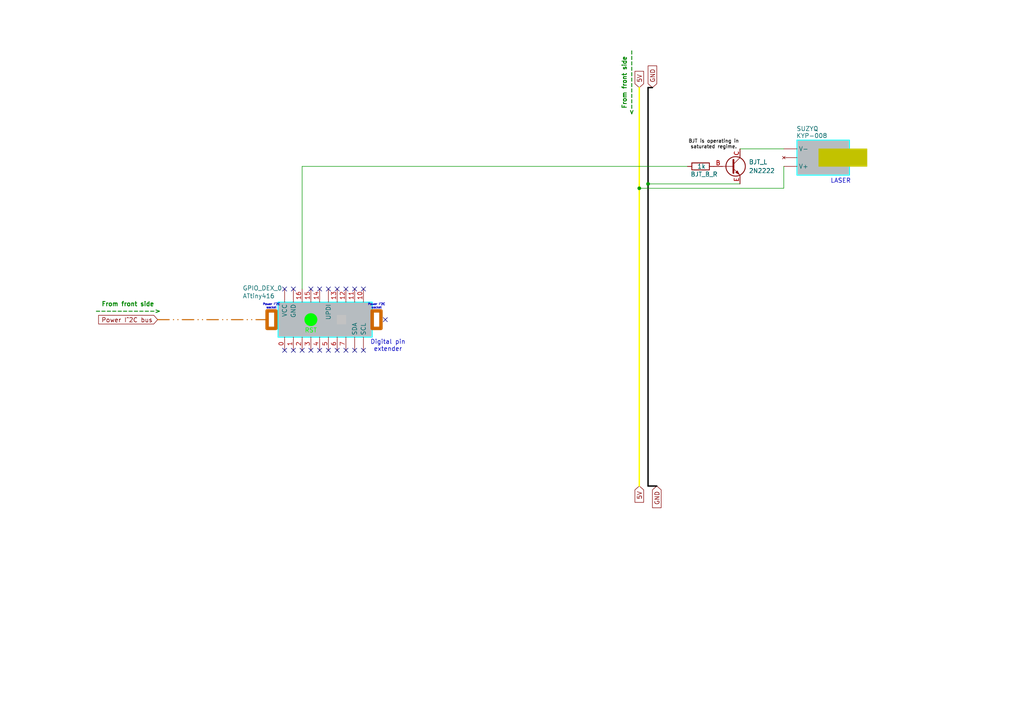
<source format=kicad_sch>
(kicad_sch (version 20250114) (generator "eeschema") (generator_version "9.0")
  (paper "A4")
  (title_block (title "BarrunCUDA Controller - Back") (company "Vericos Forja") (comment 1 "Modules background color is #B6BCC0FF.") (comment 2 "Units consisting of multiple parts are labeled with .x ( x = the part number ).") (comment 3 "Switches are pulled up/down internally in the uC."))
  (lib_symbols
    (symbol "Device:R" (pin_numbers (hide yes)) (pin_names (offset 0))
      (property "Reference" "R" (at 2.032 0 90))
      (property "Value" "R" (at 0 0 90))
      (symbol "R_0_1"
        (rectangle (start -1.016 -2.54) (end 1.016 2.54) (stroke (width 0.254)))
      )
      (symbol "R_1_1"
        (pin passive line (at 0 3.81 270) (length 1.27) (name "~") (number "1"))
        (pin passive line (at 0 -3.81 90) (length 1.27) (name "~") (number "2"))
      )
    )
    (symbol "MCU_Microchip_ATtiny:ATtiny416-M"
      (property "Reference" "GPIO_DEX_0" (at -17.018 -4.572 90))
      (property "Value" "ATtiny416" (at -14.732 -4.826 90))
      (symbol "ATtiny416-M_1_1"
        (rectangle (start -13.335 5.08) (end 13.97 -5.08) (stroke (width 0.254) (color 0 255 255 1)) (fill (type color) (color 182 188 192 1)))
        (circle (center -3.81 0) (radius 1.7961) (stroke (width 0) (color 0 255 0 1)) (fill (type outline)))
        (rectangle (start 3.81 1.27) (end 6.35 -1.27) (stroke (width 0) (color 194 194 194 1)) (fill (type outline)))
        (text "RST" (at -3.81 -3.048 0) (effects (font (size 1.27 1.27))))
        (pin power_in line (at -11.43 8.89 270) (length 3.81) (name "VCC") (number ""))
        (pin bidirectional line (at -11.43 -8.89 90) (length 3.81) (name "") (number "0"))
        (pin power_in line (at -8.89 8.89 270) (length 3.81) (name "GND") (number ""))
        (pin bidirectional line (at -8.89 -8.89 90) (length 3.81) (name "") (number "1"))
        (pin bidirectional line (at -6.35 8.89 270) (length 3.81) (name "") (number "16"))
        (pin bidirectional line (at -6.35 -8.89 90) (length 3.81) (name "") (number "2"))
        (pin bidirectional line (at -3.81 8.89 270) (length 3.81) (name "") (number "15"))
        (pin bidirectional line (at -3.81 -8.89 90) (length 3.81) (name "") (number "3"))
        (pin bidirectional line (at -1.27 8.89 270) (length 3.81) (name "") (number "14"))
        (pin bidirectional line (at -1.27 -8.89 90) (length 3.81) (name "") (number "4"))
        (pin output line (at 1.27 8.89 270) (length 3.81) (name "UPDI") (number ""))
        (pin bidirectional line (at 1.27 -8.89 90) (length 3.81) (name "") (number "5"))
        (pin bidirectional line (at 3.81 8.89 270) (length 3.81) (name "") (number "13"))
        (pin bidirectional line (at 3.81 -8.89 90) (length 3.81) (name "") (number "6"))
        (pin bidirectional line (at 6.35 8.89 270) (length 3.81) (name "") (number "12"))
        (pin bidirectional line (at 6.35 -8.89 90) (length 3.81) (name "") (number "7"))
        (pin bidirectional line (at 8.89 8.89 270) (length 3.81) (name "") (number "11"))
        (pin bidirectional line (at 8.89 -8.89 90) (length 3.81) (name "SDA") (number ""))
        (pin bidirectional line (at 11.43 8.89 270) (length 3.81) (name "") (number "10"))
        (pin bidirectional line (at 11.43 -8.89 90) (length 3.81) (name "SCL") (number ""))
      )
    )
    (symbol "RF:MAADSS0008"
      (property "Reference" "SUZYQ" (at -4.572 8.382 0))
      (property "Value" "KYP-008" (at -3.302 6.35 0))
      (symbol "MAADSS0008_1_1"
        (rectangle (start -7.62 5.08) (end 7.62 -5.08) (stroke (width 0.254) (color 0 255 255 1)) (fill (type color) (color 182 188 192 1)))
        (rectangle (start -1.27 2.54) (end 12.7 -2.54) (stroke (width 0) (color 194 194 0 1)) (fill (type outline)))
        (pin power_in line (at -11.43 2.54 0) (length 3.81) (name "V-") (number ""))
        (pin no_connect line (at -11.43 0 0) (length 3.81) (name "") (number ""))
        (pin power_in line (at -11.43 -2.54 0) (length 3.81) (name "V+") (number ""))
      )
    )
    (symbol "Transistor_BJT:2N2219" (pin_names (offset 0) (hide yes))
      (property "Reference" "BJT_L" (at 5.08 1.2701 0))
      (property "Value" "2N2222" (at 5.08 -1.2699 0))
      (symbol "2N2219_0_1"
        (polyline (pts (xy -2.54 0) (xy 0.635 0)))
        (polyline (pts (xy 0.635 1.905) (xy 0.635 -1.905)) (stroke (width 0.508)))
        (circle (center 1.27 0) (radius 2.8194) (stroke (width 0.254)))
      )
      (symbol "2N2219_1_1"
        (polyline (pts (xy 0.635 0.635) (xy 2.54 2.54)))
        (polyline (pts (xy 0.635 -0.635) (xy 2.54 -2.54)))
        (polyline (pts (xy 1.27 -1.778) (xy 1.778 -1.27) (xy 2.286 -2.286) (xy 1.27 -1.778)) (fill (type outline)))
        (pin input line (at -5.08 0 0) (length 2.54) (name "B") (number "B"))
        (pin passive line (at 2.54 5.08 270) (length 2.54) (name "C") (number "C"))
        (pin passive line (at 2.54 -5.08 90) (length 2.54) (name "E") (number "E"))
      )
    )
  )
  (rectangle (start 107.95 90.17) (end 110.49 95.25) (stroke (width 1) (color 204 102 0 1)))
  (rectangle (start 77.47 90.17) (end 80.01 95.25) (stroke (width 1) (color 204 102 0 1)))
  (text "Power I^2C\nsocket" (at 78.74 88.9 0) (effects (font (size 0.6 0.6))))
  (text "From front side\n----------->" (at 37.084 89.408 0) (effects (font (size 1.27 1.27) (thickness 0.254) (bold yes))))
  (text "From front side\n<-----------" (at 182.118 24.13 90) (effects (font (size 1.27 1.27) (thickness 0.254) (bold yes))))
  (text "Digital pin\nextender" (at 112.522 100.33 0) (effects (font (size 1.27 1.27))))
  (text "LASER" (at 243.84 52.578 0) (effects (font (size 1.27 1.27))))
  (text "Power I^2C\nsocket" (at 109.22 88.9 0) (effects (font (size 0.6 0.6))))
  (text "BJT is operating in\nsaturated regime." (at 207.01 41.91 0) (effects (font (size 1 1))))
  (junction (at 185.42 54.61))
  (junction (at 187.96 53.34))
  (no_connect (at 95.25 101.6))
  (no_connect (at 82.55 101.6))
  (no_connect (at 111.76 92.71))
  (no_connect (at 105.41 83.82))
  (no_connect (at 85.09 83.82))
  (no_connect (at 97.79 101.6))
  (no_connect (at 82.55 83.82))
  (no_connect (at 95.25 83.82))
  (no_connect (at 97.79 83.82))
  (no_connect (at 92.71 83.82))
  (no_connect (at 105.41 101.6))
  (no_connect (at 87.63 101.6))
  (no_connect (at 85.09 101.6))
  (no_connect (at 100.33 101.6))
  (no_connect (at 90.17 83.82))
  (no_connect (at 92.71 101.6))
  (no_connect (at 90.17 101.6))
  (no_connect (at 100.33 83.82))
  (no_connect (at 102.87 101.6))
  (no_connect (at 102.87 83.82))
  (wire (pts (xy 87.63 48.26) (xy 87.63 83.82)))
  (wire (pts (xy 187.96 53.34) (xy 187.96 140.97)) (stroke (width 0.4) (color 0 0 0 1)))
  (wire (pts (xy 187.96 25.4) (xy 189.23 25.4)) (stroke (width 0.4) (color 0 0 0 1)))
  (bus (pts (xy 45.72 92.71) (xy 77.47 92.71)) (stroke (width 0) (type dash_dot_dot) (color 204 102 0 1)))
  (wire (pts (xy 185.42 54.61) (xy 185.42 140.97)) (stroke (width 0.4) (color 255 255 0 1)))
  (wire (pts (xy 185.42 25.4) (xy 185.42 54.61)) (stroke (width 0.4) (color 255 255 0 1)))
  (wire (pts (xy 187.96 140.97) (xy 190.5 140.97)) (stroke (width 0.4) (color 0 0 0 1)))
  (wire (pts (xy 214.63 43.18) (xy 227.33 43.18)))
  (wire (pts (xy 227.33 54.61) (xy 185.42 54.61)))
  (wire (pts (xy 187.96 53.34) (xy 214.63 53.34)))
  (wire (pts (xy 87.63 48.26) (xy 199.39 48.26)))
  (wire (pts (xy 227.33 48.26) (xy 227.33 54.61)))
  (wire (pts (xy 187.96 25.4) (xy 187.96 53.34)) (stroke (width 0.4) (color 0 0 0 1)))
  (global_label "GND" (shape input) (at 190.5 140.97 270) (property "Intersheetrefs" "${INTERSHEET_REFS}" (effects (hide yes))))
  (global_label "5V" (shape input) (at 185.42 140.97 270) (property "Intersheetrefs" "${INTERSHEET_REFS}" (effects (hide yes))))
  (global_label "5V" (shape input) (at 185.42 25.4 90) (property "Intersheetrefs" "${INTERSHEET_REFS}" (effects (hide yes))))
  (global_label "Power I^2C bus" (shape input) (at 45.72 92.71 180) (property "Intersheetrefs" "${INTERSHEET_REFS}" (effects (hide yes))))
  (global_label "GND" (shape input) (at 189.23 25.4 90) (property "Intersheetrefs" "${INTERSHEET_REFS}" (effects (hide yes))))
  (symbol (lib_id "Transistor_BJT:2N2219") (at 212.09 48.26 0) (unit 1)
    (property "Reference" "BJT_L" (at 217.17 46.9899 0) (effects (justify left)))
    (property "Value" "2N2222" (at 217.17 49.5299 0) (effects (justify left)))
    (property "Footprint" "Package_TO_SOT_THT:TO-39-3" (effects (hide yes)))
    (property "Datasheet" "http://www.onsemi.com/pub_link/Collateral/2N2219-D.PDF" (effects (hide yes)))
    (property "Description" "800mA Ic, 50V Vce, NPN Transistor, TO-39" (effects (hide yes)))
  )
  (symbol (lib_id "RF:MAADSS0008") (at 238.76 45.72 0) (unit 1)
    (property "Reference" "SUZYQ" (at 234.188 37.338 0))
    (property "Value" "KYP-008" (at 235.458 39.37 0))
  )
  (symbol (lib_id "MCU_Microchip_ATtiny:ATtiny416-M") (at 93.98 92.71 0) (unit 1)
    (property "Reference" "GPIO_DEX_0" (at 70.358 83.566 0) (effects (justify left)))
    (property "Value" "ATtiny416" (at 70.358 85.852 0) (effects (justify left)))
  )
  (symbol (lib_id "Device:R") (at 203.2 48.26 90) (unit 1)
    (property "Reference" "BJT_B_R" (at 204.216 50.546 90))
    (property "Value" "1k" (at 203.454 48.26 90))
    (property "Description" "Resistor" (effects (hide yes)))
  )
)
</source>
